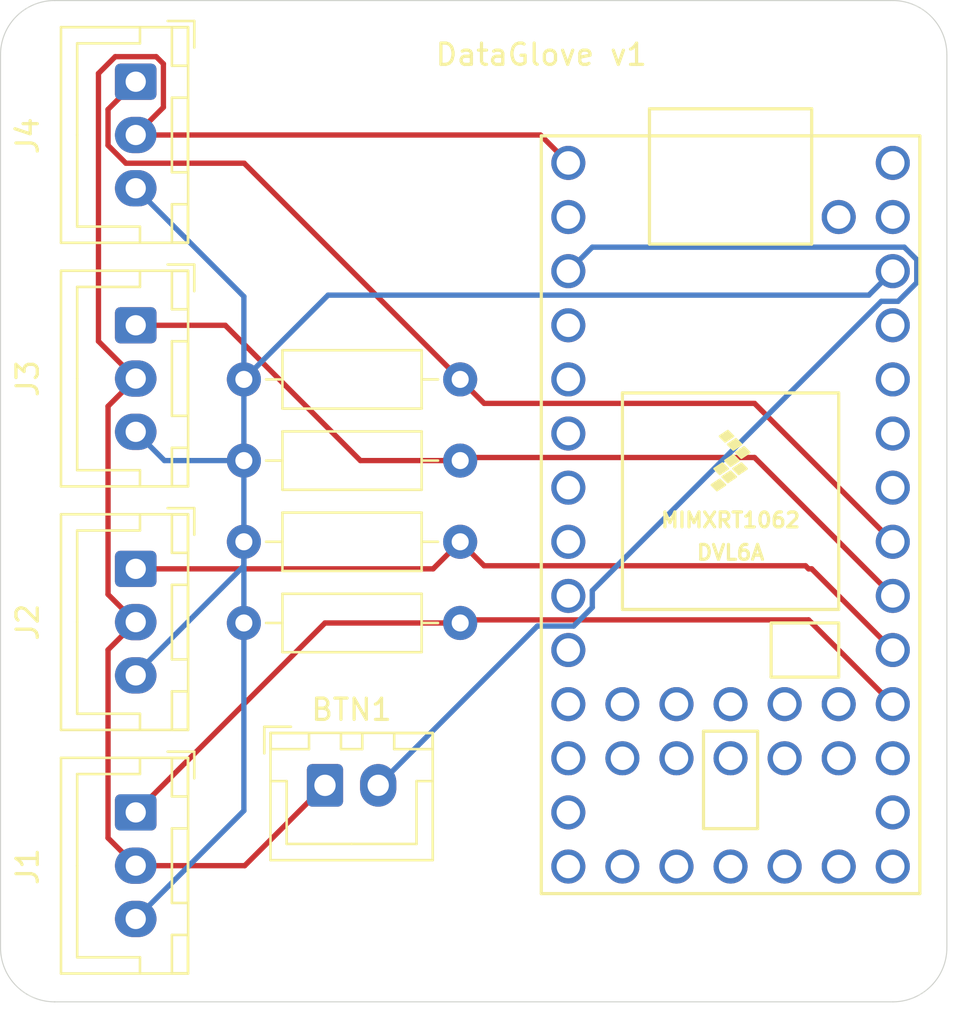
<source format=kicad_pcb>
(kicad_pcb (version 20171130) (host pcbnew "(5.1.10-1-10_14)")

  (general
    (thickness 1.6)
    (drawings 11)
    (tracks 69)
    (zones 0)
    (modules 14)
    (nets 45)
  )

  (page A4)
  (layers
    (0 F.Cu signal)
    (31 B.Cu signal)
    (32 B.Adhes user)
    (33 F.Adhes user)
    (34 B.Paste user)
    (35 F.Paste user)
    (36 B.SilkS user)
    (37 F.SilkS user)
    (38 B.Mask user)
    (39 F.Mask user)
    (40 Dwgs.User user)
    (41 Cmts.User user)
    (42 Eco1.User user)
    (43 Eco2.User user)
    (44 Edge.Cuts user)
    (45 Margin user)
    (46 B.CrtYd user)
    (47 F.CrtYd user)
    (48 B.Fab user)
    (49 F.Fab user)
  )

  (setup
    (last_trace_width 0.25)
    (trace_clearance 0.2)
    (zone_clearance 0.508)
    (zone_45_only no)
    (trace_min 0.2)
    (via_size 0.8)
    (via_drill 0.4)
    (via_min_size 0.4)
    (via_min_drill 0.3)
    (uvia_size 0.3)
    (uvia_drill 0.1)
    (uvias_allowed no)
    (uvia_min_size 0.2)
    (uvia_min_drill 0.1)
    (edge_width 0.05)
    (segment_width 0.2)
    (pcb_text_width 0.3)
    (pcb_text_size 1.5 1.5)
    (mod_edge_width 0.12)
    (mod_text_size 1 1)
    (mod_text_width 0.15)
    (pad_size 1.524 1.524)
    (pad_drill 0.762)
    (pad_to_mask_clearance 0)
    (aux_axis_origin 0 0)
    (visible_elements FFFFFF7F)
    (pcbplotparams
      (layerselection 0x010fc_ffffffff)
      (usegerberextensions true)
      (usegerberattributes true)
      (usegerberadvancedattributes true)
      (creategerberjobfile true)
      (excludeedgelayer true)
      (linewidth 0.100000)
      (plotframeref false)
      (viasonmask false)
      (mode 1)
      (useauxorigin false)
      (hpglpennumber 1)
      (hpglpenspeed 20)
      (hpglpendiameter 15.000000)
      (psnegative false)
      (psa4output false)
      (plotreference true)
      (plotvalue true)
      (plotinvisibletext false)
      (padsonsilk false)
      (subtractmaskfromsilk false)
      (outputformat 1)
      (mirror false)
      (drillshape 0)
      (scaleselection 1)
      (outputdirectory "gerber/"))
  )

  (net 0 "")
  (net 1 "Net-(BTN1-Pad1)")
  (net 2 "Net-(BTN1-Pad2)")
  (net 3 "Net-(J1-Pad1)")
  (net 4 "Net-(J1-Pad3)")
  (net 5 "Net-(U1-Pad17)")
  (net 6 "Net-(U1-Pad18)")
  (net 7 "Net-(U1-Pad19)")
  (net 8 "Net-(U1-Pad20)")
  (net 9 "Net-(U1-Pad15)")
  (net 10 "Net-(U1-Pad14)")
  (net 11 "Net-(U1-Pad21)")
  (net 12 "Net-(U1-Pad22)")
  (net 13 "Net-(U1-Pad27)")
  (net 14 "Net-(U1-Pad28)")
  (net 15 "Net-(U1-Pad29)")
  (net 16 "Net-(U1-Pad30)")
  (net 17 "Net-(U1-Pad32)")
  (net 18 "Net-(U1-Pad33)")
  (net 19 "Net-(U1-Pad34)")
  (net 20 "Net-(U1-Pad13)")
  (net 21 "Net-(U1-Pad12)")
  (net 22 "Net-(U1-Pad11)")
  (net 23 "Net-(U1-Pad10)")
  (net 24 "Net-(U1-Pad9)")
  (net 25 "Net-(U1-Pad8)")
  (net 26 "Net-(U1-Pad7)")
  (net 27 "Net-(U1-Pad6)")
  (net 28 "Net-(U1-Pad5)")
  (net 29 "Net-(U1-Pad4)")
  (net 30 "Net-(U1-Pad2)")
  (net 31 "Net-(U1-Pad35)")
  (net 32 "Net-(U1-Pad36)")
  (net 33 "Net-(U1-Pad37)")
  (net 34 "Net-(U1-Pad38)")
  (net 35 "Net-(U1-Pad39)")
  (net 36 "Net-(U1-Pad40)")
  (net 37 "Net-(U1-Pad41)")
  (net 38 "Net-(U1-Pad42)")
  (net 39 "Net-(U1-Pad43)")
  (net 40 "Net-(U1-Pad44)")
  (net 41 "Net-(J3-Pad1)")
  (net 42 "Net-(J4-Pad1)")
  (net 43 "Net-(U1-Pad16)")
  (net 44 "Net-(J2-Pad1)")

  (net_class Default "This is the default net class."
    (clearance 0.2)
    (trace_width 0.25)
    (via_dia 0.8)
    (via_drill 0.4)
    (uvia_dia 0.3)
    (uvia_drill 0.1)
    (add_net "Net-(BTN1-Pad1)")
    (add_net "Net-(BTN1-Pad2)")
    (add_net "Net-(J1-Pad1)")
    (add_net "Net-(J1-Pad3)")
    (add_net "Net-(J2-Pad1)")
    (add_net "Net-(J3-Pad1)")
    (add_net "Net-(J4-Pad1)")
    (add_net "Net-(U1-Pad10)")
    (add_net "Net-(U1-Pad11)")
    (add_net "Net-(U1-Pad12)")
    (add_net "Net-(U1-Pad13)")
    (add_net "Net-(U1-Pad14)")
    (add_net "Net-(U1-Pad15)")
    (add_net "Net-(U1-Pad16)")
    (add_net "Net-(U1-Pad17)")
    (add_net "Net-(U1-Pad18)")
    (add_net "Net-(U1-Pad19)")
    (add_net "Net-(U1-Pad2)")
    (add_net "Net-(U1-Pad20)")
    (add_net "Net-(U1-Pad21)")
    (add_net "Net-(U1-Pad22)")
    (add_net "Net-(U1-Pad27)")
    (add_net "Net-(U1-Pad28)")
    (add_net "Net-(U1-Pad29)")
    (add_net "Net-(U1-Pad30)")
    (add_net "Net-(U1-Pad32)")
    (add_net "Net-(U1-Pad33)")
    (add_net "Net-(U1-Pad34)")
    (add_net "Net-(U1-Pad35)")
    (add_net "Net-(U1-Pad36)")
    (add_net "Net-(U1-Pad37)")
    (add_net "Net-(U1-Pad38)")
    (add_net "Net-(U1-Pad39)")
    (add_net "Net-(U1-Pad4)")
    (add_net "Net-(U1-Pad40)")
    (add_net "Net-(U1-Pad41)")
    (add_net "Net-(U1-Pad42)")
    (add_net "Net-(U1-Pad43)")
    (add_net "Net-(U1-Pad44)")
    (add_net "Net-(U1-Pad5)")
    (add_net "Net-(U1-Pad6)")
    (add_net "Net-(U1-Pad7)")
    (add_net "Net-(U1-Pad8)")
    (add_net "Net-(U1-Pad9)")
  )

  (module MountingHole:MountingHole_2.2mm_M2_ISO7380 (layer F.Cu) (tedit 56D1B4CB) (tstamp 616BE0A0)
    (at 115.57 1024.89)
    (descr "Mounting Hole 2.2mm, no annular, M2, ISO7380")
    (tags "mounting hole 2.2mm no annular m2 iso7380")
    (path /61745A59)
    (attr virtual)
    (fp_text reference H4 (at 3.81 0) (layer F.SilkS) hide
      (effects (font (size 1 1) (thickness 0.15)))
    )
    (fp_text value MountingHole (at 0 2.75) (layer F.Fab)
      (effects (font (size 1 1) (thickness 0.15)))
    )
    (fp_circle (center 0 0) (end 2 0) (layer F.CrtYd) (width 0.05))
    (fp_circle (center 0 0) (end 1.75 0) (layer Cmts.User) (width 0.15))
    (fp_text user %R (at 0.3 0) (layer F.Fab)
      (effects (font (size 1 1) (thickness 0.15)))
    )
    (pad 1 np_thru_hole circle (at 0 0) (size 2.2 2.2) (drill 2.2) (layers *.Cu *.Mask))
  )

  (module MountingHole:MountingHole_2.2mm_M2_ISO7380 (layer F.Cu) (tedit 56D1B4CB) (tstamp 616BE06B)
    (at 143.51 1024.89)
    (descr "Mounting Hole 2.2mm, no annular, M2, ISO7380")
    (tags "mounting hole 2.2mm no annular m2 iso7380")
    (path /617453A3)
    (attr virtual)
    (fp_text reference H3 (at -3.81 0) (layer F.SilkS) hide
      (effects (font (size 1 1) (thickness 0.15)))
    )
    (fp_text value MountingHole (at 0 2.75) (layer F.Fab)
      (effects (font (size 1 1) (thickness 0.15)))
    )
    (fp_circle (center 0 0) (end 2 0) (layer F.CrtYd) (width 0.05))
    (fp_circle (center 0 0) (end 1.75 0) (layer Cmts.User) (width 0.15))
    (fp_text user %R (at 0.3 0) (layer F.Fab)
      (effects (font (size 1 1) (thickness 0.15)))
    )
    (pad 1 np_thru_hole circle (at 0 0) (size 2.2 2.2) (drill 2.2) (layers *.Cu *.Mask))
  )

  (module MountingHole:MountingHole_2.2mm_M2_ISO7380 (layer F.Cu) (tedit 56D1B4CB) (tstamp 616BE045)
    (at 143.51 982.98)
    (descr "Mounting Hole 2.2mm, no annular, M2, ISO7380")
    (tags "mounting hole 2.2mm no annular m2 iso7380")
    (path /61744B77)
    (attr virtual)
    (fp_text reference H2 (at -3.81 0) (layer F.SilkS) hide
      (effects (font (size 1 1) (thickness 0.15)))
    )
    (fp_text value MountingHole (at 0 2.75) (layer F.Fab)
      (effects (font (size 1 1) (thickness 0.15)))
    )
    (fp_circle (center 0 0) (end 2 0) (layer F.CrtYd) (width 0.05))
    (fp_circle (center 0 0) (end 1.75 0) (layer Cmts.User) (width 0.15))
    (fp_text user %R (at 0.3 0) (layer F.Fab)
      (effects (font (size 1 1) (thickness 0.15)))
    )
    (pad 1 np_thru_hole circle (at 0 0) (size 2.2 2.2) (drill 2.2) (layers *.Cu *.Mask))
  )

  (module MountingHole:MountingHole_2.2mm_M2_ISO7380 (layer F.Cu) (tedit 56D1B4CB) (tstamp 616BDD46)
    (at 115.57 982.98)
    (descr "Mounting Hole 2.2mm, no annular, M2, ISO7380")
    (tags "mounting hole 2.2mm no annular m2 iso7380")
    (path /61744313)
    (attr virtual)
    (fp_text reference H1 (at 3.81 0) (layer F.SilkS) hide
      (effects (font (size 1 1) (thickness 0.15)))
    )
    (fp_text value MountingHole (at 0 2.75) (layer F.Fab)
      (effects (font (size 1 1) (thickness 0.15)))
    )
    (fp_circle (center 0 0) (end 2 0) (layer F.CrtYd) (width 0.05))
    (fp_circle (center 0 0) (end 1.75 0) (layer Cmts.User) (width 0.15))
    (fp_text user %R (at 0.3 0) (layer F.Fab)
      (effects (font (size 1 1) (thickness 0.15)))
    )
    (pad 1 np_thru_hole circle (at 0 0) (size 2.2 2.2) (drill 2.2) (layers *.Cu *.Mask))
  )

  (module Connector_JST:JST_XH_B2B-XH-A_1x02_P2.50mm_Vertical (layer F.Cu) (tedit 5C28146C) (tstamp 616B0D9C)
    (at 118.11 1017.27)
    (descr "JST XH series connector, B2B-XH-A (http://www.jst-mfg.com/product/pdf/eng/eXH.pdf), generated with kicad-footprint-generator")
    (tags "connector JST XH vertical")
    (path /616E5DB3)
    (fp_text reference BTN1 (at 1.25 -3.55) (layer F.SilkS)
      (effects (font (size 1 1) (thickness 0.15)))
    )
    (fp_text value Conn_01x02 (at 1.25 4.6) (layer F.Fab)
      (effects (font (size 1 1) (thickness 0.15)))
    )
    (fp_line (start -2.45 -2.35) (end -2.45 3.4) (layer F.Fab) (width 0.1))
    (fp_line (start -2.45 3.4) (end 4.95 3.4) (layer F.Fab) (width 0.1))
    (fp_line (start 4.95 3.4) (end 4.95 -2.35) (layer F.Fab) (width 0.1))
    (fp_line (start 4.95 -2.35) (end -2.45 -2.35) (layer F.Fab) (width 0.1))
    (fp_line (start -2.56 -2.46) (end -2.56 3.51) (layer F.SilkS) (width 0.12))
    (fp_line (start -2.56 3.51) (end 5.06 3.51) (layer F.SilkS) (width 0.12))
    (fp_line (start 5.06 3.51) (end 5.06 -2.46) (layer F.SilkS) (width 0.12))
    (fp_line (start 5.06 -2.46) (end -2.56 -2.46) (layer F.SilkS) (width 0.12))
    (fp_line (start -2.95 -2.85) (end -2.95 3.9) (layer F.CrtYd) (width 0.05))
    (fp_line (start -2.95 3.9) (end 5.45 3.9) (layer F.CrtYd) (width 0.05))
    (fp_line (start 5.45 3.9) (end 5.45 -2.85) (layer F.CrtYd) (width 0.05))
    (fp_line (start 5.45 -2.85) (end -2.95 -2.85) (layer F.CrtYd) (width 0.05))
    (fp_line (start -0.625 -2.35) (end 0 -1.35) (layer F.Fab) (width 0.1))
    (fp_line (start 0 -1.35) (end 0.625 -2.35) (layer F.Fab) (width 0.1))
    (fp_line (start 0.75 -2.45) (end 0.75 -1.7) (layer F.SilkS) (width 0.12))
    (fp_line (start 0.75 -1.7) (end 1.75 -1.7) (layer F.SilkS) (width 0.12))
    (fp_line (start 1.75 -1.7) (end 1.75 -2.45) (layer F.SilkS) (width 0.12))
    (fp_line (start 1.75 -2.45) (end 0.75 -2.45) (layer F.SilkS) (width 0.12))
    (fp_line (start -2.55 -2.45) (end -2.55 -1.7) (layer F.SilkS) (width 0.12))
    (fp_line (start -2.55 -1.7) (end -0.75 -1.7) (layer F.SilkS) (width 0.12))
    (fp_line (start -0.75 -1.7) (end -0.75 -2.45) (layer F.SilkS) (width 0.12))
    (fp_line (start -0.75 -2.45) (end -2.55 -2.45) (layer F.SilkS) (width 0.12))
    (fp_line (start 3.25 -2.45) (end 3.25 -1.7) (layer F.SilkS) (width 0.12))
    (fp_line (start 3.25 -1.7) (end 5.05 -1.7) (layer F.SilkS) (width 0.12))
    (fp_line (start 5.05 -1.7) (end 5.05 -2.45) (layer F.SilkS) (width 0.12))
    (fp_line (start 5.05 -2.45) (end 3.25 -2.45) (layer F.SilkS) (width 0.12))
    (fp_line (start -2.55 -0.2) (end -1.8 -0.2) (layer F.SilkS) (width 0.12))
    (fp_line (start -1.8 -0.2) (end -1.8 2.75) (layer F.SilkS) (width 0.12))
    (fp_line (start -1.8 2.75) (end 1.25 2.75) (layer F.SilkS) (width 0.12))
    (fp_line (start 5.05 -0.2) (end 4.3 -0.2) (layer F.SilkS) (width 0.12))
    (fp_line (start 4.3 -0.2) (end 4.3 2.75) (layer F.SilkS) (width 0.12))
    (fp_line (start 4.3 2.75) (end 1.25 2.75) (layer F.SilkS) (width 0.12))
    (fp_line (start -1.6 -2.75) (end -2.85 -2.75) (layer F.SilkS) (width 0.12))
    (fp_line (start -2.85 -2.75) (end -2.85 -1.5) (layer F.SilkS) (width 0.12))
    (fp_text user %R (at 1.25 2.7) (layer F.Fab)
      (effects (font (size 1 1) (thickness 0.15)))
    )
    (pad 1 thru_hole roundrect (at 0 0) (size 1.7 2) (drill 1) (layers *.Cu *.Mask) (roundrect_rratio 0.1470588235294118)
      (net 1 "Net-(BTN1-Pad1)"))
    (pad 2 thru_hole oval (at 2.5 0) (size 1.7 2) (drill 1) (layers *.Cu *.Mask)
      (net 2 "Net-(BTN1-Pad2)"))
    (model ${KISYS3DMOD}/Connector_JST.3dshapes/JST_XH_B2B-XH-A_1x02_P2.50mm_Vertical.wrl
      (at (xyz 0 0 0))
      (scale (xyz 1 1 1))
      (rotate (xyz 0 0 0))
    )
  )

  (module Connector_JST:JST_XH_B3B-XH-A_1x03_P2.50mm_Vertical (layer F.Cu) (tedit 5C28146C) (tstamp 616B04DA)
    (at 109.22 1018.54 270)
    (descr "JST XH series connector, B3B-XH-A (http://www.jst-mfg.com/product/pdf/eng/eXH.pdf), generated with kicad-footprint-generator")
    (tags "connector JST XH vertical")
    (path /616A9FAC)
    (fp_text reference J1 (at 2.54 5.08 90) (layer F.SilkS)
      (effects (font (size 1 1) (thickness 0.15)))
    )
    (fp_text value Conn_01x03 (at 2.5 4.6 90) (layer F.Fab) hide
      (effects (font (size 1 1) (thickness 0.15)))
    )
    (fp_line (start -2.45 -2.35) (end -2.45 3.4) (layer F.Fab) (width 0.1))
    (fp_line (start -2.45 3.4) (end 7.45 3.4) (layer F.Fab) (width 0.1))
    (fp_line (start 7.45 3.4) (end 7.45 -2.35) (layer F.Fab) (width 0.1))
    (fp_line (start 7.45 -2.35) (end -2.45 -2.35) (layer F.Fab) (width 0.1))
    (fp_line (start -2.56 -2.46) (end -2.56 3.51) (layer F.SilkS) (width 0.12))
    (fp_line (start -2.56 3.51) (end 7.56 3.51) (layer F.SilkS) (width 0.12))
    (fp_line (start 7.56 3.51) (end 7.56 -2.46) (layer F.SilkS) (width 0.12))
    (fp_line (start 7.56 -2.46) (end -2.56 -2.46) (layer F.SilkS) (width 0.12))
    (fp_line (start -2.95 -2.85) (end -2.95 3.9) (layer F.CrtYd) (width 0.05))
    (fp_line (start -2.95 3.9) (end 7.95 3.9) (layer F.CrtYd) (width 0.05))
    (fp_line (start 7.95 3.9) (end 7.95 -2.85) (layer F.CrtYd) (width 0.05))
    (fp_line (start 7.95 -2.85) (end -2.95 -2.85) (layer F.CrtYd) (width 0.05))
    (fp_line (start -0.625 -2.35) (end 0 -1.35) (layer F.Fab) (width 0.1))
    (fp_line (start 0 -1.35) (end 0.625 -2.35) (layer F.Fab) (width 0.1))
    (fp_line (start 0.75 -2.45) (end 0.75 -1.7) (layer F.SilkS) (width 0.12))
    (fp_line (start 0.75 -1.7) (end 4.25 -1.7) (layer F.SilkS) (width 0.12))
    (fp_line (start 4.25 -1.7) (end 4.25 -2.45) (layer F.SilkS) (width 0.12))
    (fp_line (start 4.25 -2.45) (end 0.75 -2.45) (layer F.SilkS) (width 0.12))
    (fp_line (start -2.55 -2.45) (end -2.55 -1.7) (layer F.SilkS) (width 0.12))
    (fp_line (start -2.55 -1.7) (end -0.75 -1.7) (layer F.SilkS) (width 0.12))
    (fp_line (start -0.75 -1.7) (end -0.75 -2.45) (layer F.SilkS) (width 0.12))
    (fp_line (start -0.75 -2.45) (end -2.55 -2.45) (layer F.SilkS) (width 0.12))
    (fp_line (start 5.75 -2.45) (end 5.75 -1.7) (layer F.SilkS) (width 0.12))
    (fp_line (start 5.75 -1.7) (end 7.55 -1.7) (layer F.SilkS) (width 0.12))
    (fp_line (start 7.55 -1.7) (end 7.55 -2.45) (layer F.SilkS) (width 0.12))
    (fp_line (start 7.55 -2.45) (end 5.75 -2.45) (layer F.SilkS) (width 0.12))
    (fp_line (start -2.55 -0.2) (end -1.8 -0.2) (layer F.SilkS) (width 0.12))
    (fp_line (start -1.8 -0.2) (end -1.8 2.75) (layer F.SilkS) (width 0.12))
    (fp_line (start -1.8 2.75) (end 2.5 2.75) (layer F.SilkS) (width 0.12))
    (fp_line (start 7.55 -0.2) (end 6.8 -0.2) (layer F.SilkS) (width 0.12))
    (fp_line (start 6.8 -0.2) (end 6.8 2.75) (layer F.SilkS) (width 0.12))
    (fp_line (start 6.8 2.75) (end 2.5 2.75) (layer F.SilkS) (width 0.12))
    (fp_line (start -1.6 -2.75) (end -2.85 -2.75) (layer F.SilkS) (width 0.12))
    (fp_line (start -2.85 -2.75) (end -2.85 -1.5) (layer F.SilkS) (width 0.12))
    (fp_text user %R (at 2.5 2.7 90) (layer F.Fab)
      (effects (font (size 1 1) (thickness 0.15)))
    )
    (pad 1 thru_hole roundrect (at 0 0 270) (size 1.7 1.95) (drill 0.95) (layers *.Cu *.Mask) (roundrect_rratio 0.1470588235294118)
      (net 3 "Net-(J1-Pad1)"))
    (pad 2 thru_hole oval (at 2.5 0 270) (size 1.7 1.95) (drill 0.95) (layers *.Cu *.Mask)
      (net 1 "Net-(BTN1-Pad1)"))
    (pad 3 thru_hole oval (at 5 0 270) (size 1.7 1.95) (drill 0.95) (layers *.Cu *.Mask)
      (net 4 "Net-(J1-Pad3)"))
    (model ${KISYS3DMOD}/Connector_JST.3dshapes/JST_XH_B3B-XH-A_1x03_P2.50mm_Vertical.wrl
      (at (xyz 0 0 0))
      (scale (xyz 1 1 1))
      (rotate (xyz 0 0 0))
    )
  )

  (module Connector_JST:JST_XH_B3B-XH-A_1x03_P2.50mm_Vertical (layer F.Cu) (tedit 5C28146C) (tstamp 616B0504)
    (at 109.22 1007.11 270)
    (descr "JST XH series connector, B3B-XH-A (http://www.jst-mfg.com/product/pdf/eng/eXH.pdf), generated with kicad-footprint-generator")
    (tags "connector JST XH vertical")
    (path /616AAF9E)
    (fp_text reference J2 (at 2.5 5.08 90) (layer F.SilkS)
      (effects (font (size 1 1) (thickness 0.15)))
    )
    (fp_text value Conn_01x03 (at 2.5 4.6 90) (layer F.Fab) hide
      (effects (font (size 1 1) (thickness 0.15)))
    )
    (fp_line (start -2.85 -2.75) (end -2.85 -1.5) (layer F.SilkS) (width 0.12))
    (fp_line (start -1.6 -2.75) (end -2.85 -2.75) (layer F.SilkS) (width 0.12))
    (fp_line (start 6.8 2.75) (end 2.5 2.75) (layer F.SilkS) (width 0.12))
    (fp_line (start 6.8 -0.2) (end 6.8 2.75) (layer F.SilkS) (width 0.12))
    (fp_line (start 7.55 -0.2) (end 6.8 -0.2) (layer F.SilkS) (width 0.12))
    (fp_line (start -1.8 2.75) (end 2.5 2.75) (layer F.SilkS) (width 0.12))
    (fp_line (start -1.8 -0.2) (end -1.8 2.75) (layer F.SilkS) (width 0.12))
    (fp_line (start -2.55 -0.2) (end -1.8 -0.2) (layer F.SilkS) (width 0.12))
    (fp_line (start 7.55 -2.45) (end 5.75 -2.45) (layer F.SilkS) (width 0.12))
    (fp_line (start 7.55 -1.7) (end 7.55 -2.45) (layer F.SilkS) (width 0.12))
    (fp_line (start 5.75 -1.7) (end 7.55 -1.7) (layer F.SilkS) (width 0.12))
    (fp_line (start 5.75 -2.45) (end 5.75 -1.7) (layer F.SilkS) (width 0.12))
    (fp_line (start -0.75 -2.45) (end -2.55 -2.45) (layer F.SilkS) (width 0.12))
    (fp_line (start -0.75 -1.7) (end -0.75 -2.45) (layer F.SilkS) (width 0.12))
    (fp_line (start -2.55 -1.7) (end -0.75 -1.7) (layer F.SilkS) (width 0.12))
    (fp_line (start -2.55 -2.45) (end -2.55 -1.7) (layer F.SilkS) (width 0.12))
    (fp_line (start 4.25 -2.45) (end 0.75 -2.45) (layer F.SilkS) (width 0.12))
    (fp_line (start 4.25 -1.7) (end 4.25 -2.45) (layer F.SilkS) (width 0.12))
    (fp_line (start 0.75 -1.7) (end 4.25 -1.7) (layer F.SilkS) (width 0.12))
    (fp_line (start 0.75 -2.45) (end 0.75 -1.7) (layer F.SilkS) (width 0.12))
    (fp_line (start 0 -1.35) (end 0.625 -2.35) (layer F.Fab) (width 0.1))
    (fp_line (start -0.625 -2.35) (end 0 -1.35) (layer F.Fab) (width 0.1))
    (fp_line (start 7.95 -2.85) (end -2.95 -2.85) (layer F.CrtYd) (width 0.05))
    (fp_line (start 7.95 3.9) (end 7.95 -2.85) (layer F.CrtYd) (width 0.05))
    (fp_line (start -2.95 3.9) (end 7.95 3.9) (layer F.CrtYd) (width 0.05))
    (fp_line (start -2.95 -2.85) (end -2.95 3.9) (layer F.CrtYd) (width 0.05))
    (fp_line (start 7.56 -2.46) (end -2.56 -2.46) (layer F.SilkS) (width 0.12))
    (fp_line (start 7.56 3.51) (end 7.56 -2.46) (layer F.SilkS) (width 0.12))
    (fp_line (start -2.56 3.51) (end 7.56 3.51) (layer F.SilkS) (width 0.12))
    (fp_line (start -2.56 -2.46) (end -2.56 3.51) (layer F.SilkS) (width 0.12))
    (fp_line (start 7.45 -2.35) (end -2.45 -2.35) (layer F.Fab) (width 0.1))
    (fp_line (start 7.45 3.4) (end 7.45 -2.35) (layer F.Fab) (width 0.1))
    (fp_line (start -2.45 3.4) (end 7.45 3.4) (layer F.Fab) (width 0.1))
    (fp_line (start -2.45 -2.35) (end -2.45 3.4) (layer F.Fab) (width 0.1))
    (fp_text user %R (at 2.5 2.7 90) (layer F.Fab)
      (effects (font (size 1 1) (thickness 0.15)))
    )
    (pad 3 thru_hole oval (at 5 0 270) (size 1.7 1.95) (drill 0.95) (layers *.Cu *.Mask)
      (net 4 "Net-(J1-Pad3)"))
    (pad 2 thru_hole oval (at 2.5 0 270) (size 1.7 1.95) (drill 0.95) (layers *.Cu *.Mask)
      (net 1 "Net-(BTN1-Pad1)"))
    (pad 1 thru_hole roundrect (at 0 0 270) (size 1.7 1.95) (drill 0.95) (layers *.Cu *.Mask) (roundrect_rratio 0.1470588235294118)
      (net 44 "Net-(J2-Pad1)"))
    (model ${KISYS3DMOD}/Connector_JST.3dshapes/JST_XH_B3B-XH-A_1x03_P2.50mm_Vertical.wrl
      (at (xyz 0 0 0))
      (scale (xyz 1 1 1))
      (rotate (xyz 0 0 0))
    )
  )

  (module Connector_JST:JST_XH_B3B-XH-A_1x03_P2.50mm_Vertical (layer F.Cu) (tedit 5C28146C) (tstamp 616B052E)
    (at 109.22 995.68 270)
    (descr "JST XH series connector, B3B-XH-A (http://www.jst-mfg.com/product/pdf/eng/eXH.pdf), generated with kicad-footprint-generator")
    (tags "connector JST XH vertical")
    (path /616AB520)
    (fp_text reference J3 (at 2.5 5.08 90) (layer F.SilkS)
      (effects (font (size 1 1) (thickness 0.15)))
    )
    (fp_text value Conn_01x03 (at 2.5 4.6 90) (layer F.Fab) hide
      (effects (font (size 1 1) (thickness 0.15)))
    )
    (fp_line (start -2.45 -2.35) (end -2.45 3.4) (layer F.Fab) (width 0.1))
    (fp_line (start -2.45 3.4) (end 7.45 3.4) (layer F.Fab) (width 0.1))
    (fp_line (start 7.45 3.4) (end 7.45 -2.35) (layer F.Fab) (width 0.1))
    (fp_line (start 7.45 -2.35) (end -2.45 -2.35) (layer F.Fab) (width 0.1))
    (fp_line (start -2.56 -2.46) (end -2.56 3.51) (layer F.SilkS) (width 0.12))
    (fp_line (start -2.56 3.51) (end 7.56 3.51) (layer F.SilkS) (width 0.12))
    (fp_line (start 7.56 3.51) (end 7.56 -2.46) (layer F.SilkS) (width 0.12))
    (fp_line (start 7.56 -2.46) (end -2.56 -2.46) (layer F.SilkS) (width 0.12))
    (fp_line (start -2.95 -2.85) (end -2.95 3.9) (layer F.CrtYd) (width 0.05))
    (fp_line (start -2.95 3.9) (end 7.95 3.9) (layer F.CrtYd) (width 0.05))
    (fp_line (start 7.95 3.9) (end 7.95 -2.85) (layer F.CrtYd) (width 0.05))
    (fp_line (start 7.95 -2.85) (end -2.95 -2.85) (layer F.CrtYd) (width 0.05))
    (fp_line (start -0.625 -2.35) (end 0 -1.35) (layer F.Fab) (width 0.1))
    (fp_line (start 0 -1.35) (end 0.625 -2.35) (layer F.Fab) (width 0.1))
    (fp_line (start 0.75 -2.45) (end 0.75 -1.7) (layer F.SilkS) (width 0.12))
    (fp_line (start 0.75 -1.7) (end 4.25 -1.7) (layer F.SilkS) (width 0.12))
    (fp_line (start 4.25 -1.7) (end 4.25 -2.45) (layer F.SilkS) (width 0.12))
    (fp_line (start 4.25 -2.45) (end 0.75 -2.45) (layer F.SilkS) (width 0.12))
    (fp_line (start -2.55 -2.45) (end -2.55 -1.7) (layer F.SilkS) (width 0.12))
    (fp_line (start -2.55 -1.7) (end -0.75 -1.7) (layer F.SilkS) (width 0.12))
    (fp_line (start -0.75 -1.7) (end -0.75 -2.45) (layer F.SilkS) (width 0.12))
    (fp_line (start -0.75 -2.45) (end -2.55 -2.45) (layer F.SilkS) (width 0.12))
    (fp_line (start 5.75 -2.45) (end 5.75 -1.7) (layer F.SilkS) (width 0.12))
    (fp_line (start 5.75 -1.7) (end 7.55 -1.7) (layer F.SilkS) (width 0.12))
    (fp_line (start 7.55 -1.7) (end 7.55 -2.45) (layer F.SilkS) (width 0.12))
    (fp_line (start 7.55 -2.45) (end 5.75 -2.45) (layer F.SilkS) (width 0.12))
    (fp_line (start -2.55 -0.2) (end -1.8 -0.2) (layer F.SilkS) (width 0.12))
    (fp_line (start -1.8 -0.2) (end -1.8 2.75) (layer F.SilkS) (width 0.12))
    (fp_line (start -1.8 2.75) (end 2.5 2.75) (layer F.SilkS) (width 0.12))
    (fp_line (start 7.55 -0.2) (end 6.8 -0.2) (layer F.SilkS) (width 0.12))
    (fp_line (start 6.8 -0.2) (end 6.8 2.75) (layer F.SilkS) (width 0.12))
    (fp_line (start 6.8 2.75) (end 2.5 2.75) (layer F.SilkS) (width 0.12))
    (fp_line (start -1.6 -2.75) (end -2.85 -2.75) (layer F.SilkS) (width 0.12))
    (fp_line (start -2.85 -2.75) (end -2.85 -1.5) (layer F.SilkS) (width 0.12))
    (fp_text user %R (at 2.54 2.54 90) (layer F.Fab)
      (effects (font (size 1 1) (thickness 0.15)))
    )
    (pad 1 thru_hole roundrect (at 0 0 270) (size 1.7 1.95) (drill 0.95) (layers *.Cu *.Mask) (roundrect_rratio 0.1470588235294118)
      (net 41 "Net-(J3-Pad1)"))
    (pad 2 thru_hole oval (at 2.5 0 270) (size 1.7 1.95) (drill 0.95) (layers *.Cu *.Mask)
      (net 1 "Net-(BTN1-Pad1)"))
    (pad 3 thru_hole oval (at 5 0 270) (size 1.7 1.95) (drill 0.95) (layers *.Cu *.Mask)
      (net 4 "Net-(J1-Pad3)"))
    (model ${KISYS3DMOD}/Connector_JST.3dshapes/JST_XH_B3B-XH-A_1x03_P2.50mm_Vertical.wrl
      (at (xyz 0 0 0))
      (scale (xyz 1 1 1))
      (rotate (xyz 0 0 0))
    )
  )

  (module Connector_JST:JST_XH_B3B-XH-A_1x03_P2.50mm_Vertical (layer F.Cu) (tedit 5C28146C) (tstamp 616B0558)
    (at 109.22 984.25 270)
    (descr "JST XH series connector, B3B-XH-A (http://www.jst-mfg.com/product/pdf/eng/eXH.pdf), generated with kicad-footprint-generator")
    (tags "connector JST XH vertical")
    (path /616AB706)
    (fp_text reference J4 (at 2.54 5.08 90) (layer F.SilkS)
      (effects (font (size 1 1) (thickness 0.15)))
    )
    (fp_text value Conn_01x03 (at 2.5 4.6 90) (layer F.Fab) hide
      (effects (font (size 1 1) (thickness 0.15)))
    )
    (fp_line (start -2.85 -2.75) (end -2.85 -1.5) (layer F.SilkS) (width 0.12))
    (fp_line (start -1.6 -2.75) (end -2.85 -2.75) (layer F.SilkS) (width 0.12))
    (fp_line (start 6.8 2.75) (end 2.5 2.75) (layer F.SilkS) (width 0.12))
    (fp_line (start 6.8 -0.2) (end 6.8 2.75) (layer F.SilkS) (width 0.12))
    (fp_line (start 7.55 -0.2) (end 6.8 -0.2) (layer F.SilkS) (width 0.12))
    (fp_line (start -1.8 2.75) (end 2.5 2.75) (layer F.SilkS) (width 0.12))
    (fp_line (start -1.8 -0.2) (end -1.8 2.75) (layer F.SilkS) (width 0.12))
    (fp_line (start -2.55 -0.2) (end -1.8 -0.2) (layer F.SilkS) (width 0.12))
    (fp_line (start 7.55 -2.45) (end 5.75 -2.45) (layer F.SilkS) (width 0.12))
    (fp_line (start 7.55 -1.7) (end 7.55 -2.45) (layer F.SilkS) (width 0.12))
    (fp_line (start 5.75 -1.7) (end 7.55 -1.7) (layer F.SilkS) (width 0.12))
    (fp_line (start 5.75 -2.45) (end 5.75 -1.7) (layer F.SilkS) (width 0.12))
    (fp_line (start -0.75 -2.45) (end -2.55 -2.45) (layer F.SilkS) (width 0.12))
    (fp_line (start -0.75 -1.7) (end -0.75 -2.45) (layer F.SilkS) (width 0.12))
    (fp_line (start -2.55 -1.7) (end -0.75 -1.7) (layer F.SilkS) (width 0.12))
    (fp_line (start -2.55 -2.45) (end -2.55 -1.7) (layer F.SilkS) (width 0.12))
    (fp_line (start 4.25 -2.45) (end 0.75 -2.45) (layer F.SilkS) (width 0.12))
    (fp_line (start 4.25 -1.7) (end 4.25 -2.45) (layer F.SilkS) (width 0.12))
    (fp_line (start 0.75 -1.7) (end 4.25 -1.7) (layer F.SilkS) (width 0.12))
    (fp_line (start 0.75 -2.45) (end 0.75 -1.7) (layer F.SilkS) (width 0.12))
    (fp_line (start 0 -1.35) (end 0.625 -2.35) (layer F.Fab) (width 0.1))
    (fp_line (start -0.625 -2.35) (end 0 -1.35) (layer F.Fab) (width 0.1))
    (fp_line (start 7.95 -2.85) (end -2.95 -2.85) (layer F.CrtYd) (width 0.05))
    (fp_line (start 7.95 3.9) (end 7.95 -2.85) (layer F.CrtYd) (width 0.05))
    (fp_line (start -2.95 3.9) (end 7.95 3.9) (layer F.CrtYd) (width 0.05))
    (fp_line (start -2.95 -2.85) (end -2.95 3.9) (layer F.CrtYd) (width 0.05))
    (fp_line (start 7.56 -2.46) (end -2.56 -2.46) (layer F.SilkS) (width 0.12))
    (fp_line (start 7.56 3.51) (end 7.56 -2.46) (layer F.SilkS) (width 0.12))
    (fp_line (start -2.56 3.51) (end 7.56 3.51) (layer F.SilkS) (width 0.12))
    (fp_line (start -2.56 -2.46) (end -2.56 3.51) (layer F.SilkS) (width 0.12))
    (fp_line (start 7.45 -2.35) (end -2.45 -2.35) (layer F.Fab) (width 0.1))
    (fp_line (start 7.45 3.4) (end 7.45 -2.35) (layer F.Fab) (width 0.1))
    (fp_line (start -2.45 3.4) (end 7.45 3.4) (layer F.Fab) (width 0.1))
    (fp_line (start -2.45 -2.35) (end -2.45 3.4) (layer F.Fab) (width 0.1))
    (fp_text user %R (at 2.5 2.7 90) (layer F.Fab)
      (effects (font (size 1 1) (thickness 0.15)))
    )
    (pad 3 thru_hole oval (at 5 0 270) (size 1.7 1.95) (drill 0.95) (layers *.Cu *.Mask)
      (net 4 "Net-(J1-Pad3)"))
    (pad 2 thru_hole oval (at 2.5 0 270) (size 1.7 1.95) (drill 0.95) (layers *.Cu *.Mask)
      (net 1 "Net-(BTN1-Pad1)"))
    (pad 1 thru_hole roundrect (at 0 0 270) (size 1.7 1.95) (drill 0.95) (layers *.Cu *.Mask) (roundrect_rratio 0.1470588235294118)
      (net 42 "Net-(J4-Pad1)"))
    (model ${KISYS3DMOD}/Connector_JST.3dshapes/JST_XH_B3B-XH-A_1x03_P2.50mm_Vertical.wrl
      (at (xyz 0 0 0))
      (scale (xyz 1 1 1))
      (rotate (xyz 0 0 0))
    )
  )

  (module Resistor_THT:R_Axial_DIN0207_L6.3mm_D2.5mm_P10.16mm_Horizontal (layer F.Cu) (tedit 5AE5139B) (tstamp 616B056F)
    (at 114.3 1009.65)
    (descr "Resistor, Axial_DIN0207 series, Axial, Horizontal, pin pitch=10.16mm, 0.25W = 1/4W, length*diameter=6.3*2.5mm^2, http://cdn-reichelt.de/documents/datenblatt/B400/1_4W%23YAG.pdf")
    (tags "Resistor Axial_DIN0207 series Axial Horizontal pin pitch 10.16mm 0.25W = 1/4W length 6.3mm diameter 2.5mm")
    (path /616CC5C9)
    (fp_text reference R1 (at 5.08 -2.37) (layer F.SilkS) hide
      (effects (font (size 1 1) (thickness 0.15)))
    )
    (fp_text value R (at 5.08 2.37) (layer F.Fab)
      (effects (font (size 1 1) (thickness 0.15)))
    )
    (fp_line (start 1.93 -1.25) (end 1.93 1.25) (layer F.Fab) (width 0.1))
    (fp_line (start 1.93 1.25) (end 8.23 1.25) (layer F.Fab) (width 0.1))
    (fp_line (start 8.23 1.25) (end 8.23 -1.25) (layer F.Fab) (width 0.1))
    (fp_line (start 8.23 -1.25) (end 1.93 -1.25) (layer F.Fab) (width 0.1))
    (fp_line (start 0 0) (end 1.93 0) (layer F.Fab) (width 0.1))
    (fp_line (start 10.16 0) (end 8.23 0) (layer F.Fab) (width 0.1))
    (fp_line (start 1.81 -1.37) (end 1.81 1.37) (layer F.SilkS) (width 0.12))
    (fp_line (start 1.81 1.37) (end 8.35 1.37) (layer F.SilkS) (width 0.12))
    (fp_line (start 8.35 1.37) (end 8.35 -1.37) (layer F.SilkS) (width 0.12))
    (fp_line (start 8.35 -1.37) (end 1.81 -1.37) (layer F.SilkS) (width 0.12))
    (fp_line (start 1.04 0) (end 1.81 0) (layer F.SilkS) (width 0.12))
    (fp_line (start 9.12 0) (end 8.35 0) (layer F.SilkS) (width 0.12))
    (fp_line (start -1.05 -1.5) (end -1.05 1.5) (layer F.CrtYd) (width 0.05))
    (fp_line (start -1.05 1.5) (end 11.21 1.5) (layer F.CrtYd) (width 0.05))
    (fp_line (start 11.21 1.5) (end 11.21 -1.5) (layer F.CrtYd) (width 0.05))
    (fp_line (start 11.21 -1.5) (end -1.05 -1.5) (layer F.CrtYd) (width 0.05))
    (fp_text user %R (at 5.08 0) (layer F.Fab)
      (effects (font (size 1 1) (thickness 0.15)))
    )
    (pad 1 thru_hole circle (at 0 0) (size 1.6 1.6) (drill 0.8) (layers *.Cu *.Mask)
      (net 4 "Net-(J1-Pad3)"))
    (pad 2 thru_hole oval (at 10.16 0) (size 1.6 1.6) (drill 0.8) (layers *.Cu *.Mask)
      (net 3 "Net-(J1-Pad1)"))
    (model ${KISYS3DMOD}/Resistor_THT.3dshapes/R_Axial_DIN0207_L6.3mm_D2.5mm_P10.16mm_Horizontal.wrl
      (at (xyz 0 0 0))
      (scale (xyz 1 1 1))
      (rotate (xyz 0 0 0))
    )
  )

  (module Resistor_THT:R_Axial_DIN0207_L6.3mm_D2.5mm_P10.16mm_Horizontal (layer F.Cu) (tedit 5AE5139B) (tstamp 616B0586)
    (at 114.3 1005.84)
    (descr "Resistor, Axial_DIN0207 series, Axial, Horizontal, pin pitch=10.16mm, 0.25W = 1/4W, length*diameter=6.3*2.5mm^2, http://cdn-reichelt.de/documents/datenblatt/B400/1_4W%23YAG.pdf")
    (tags "Resistor Axial_DIN0207 series Axial Horizontal pin pitch 10.16mm 0.25W = 1/4W length 6.3mm diameter 2.5mm")
    (path /616CD115)
    (fp_text reference R2 (at 5.08 -2.37) (layer F.SilkS) hide
      (effects (font (size 1 1) (thickness 0.15)))
    )
    (fp_text value R (at 5.08 2.37) (layer F.Fab)
      (effects (font (size 1 1) (thickness 0.15)))
    )
    (fp_line (start 11.21 -1.5) (end -1.05 -1.5) (layer F.CrtYd) (width 0.05))
    (fp_line (start 11.21 1.5) (end 11.21 -1.5) (layer F.CrtYd) (width 0.05))
    (fp_line (start -1.05 1.5) (end 11.21 1.5) (layer F.CrtYd) (width 0.05))
    (fp_line (start -1.05 -1.5) (end -1.05 1.5) (layer F.CrtYd) (width 0.05))
    (fp_line (start 9.12 0) (end 8.35 0) (layer F.SilkS) (width 0.12))
    (fp_line (start 1.04 0) (end 1.81 0) (layer F.SilkS) (width 0.12))
    (fp_line (start 8.35 -1.37) (end 1.81 -1.37) (layer F.SilkS) (width 0.12))
    (fp_line (start 8.35 1.37) (end 8.35 -1.37) (layer F.SilkS) (width 0.12))
    (fp_line (start 1.81 1.37) (end 8.35 1.37) (layer F.SilkS) (width 0.12))
    (fp_line (start 1.81 -1.37) (end 1.81 1.37) (layer F.SilkS) (width 0.12))
    (fp_line (start 10.16 0) (end 8.23 0) (layer F.Fab) (width 0.1))
    (fp_line (start 0 0) (end 1.93 0) (layer F.Fab) (width 0.1))
    (fp_line (start 8.23 -1.25) (end 1.93 -1.25) (layer F.Fab) (width 0.1))
    (fp_line (start 8.23 1.25) (end 8.23 -1.25) (layer F.Fab) (width 0.1))
    (fp_line (start 1.93 1.25) (end 8.23 1.25) (layer F.Fab) (width 0.1))
    (fp_line (start 1.93 -1.25) (end 1.93 1.25) (layer F.Fab) (width 0.1))
    (fp_text user %R (at 5.08 0) (layer F.Fab)
      (effects (font (size 1 1) (thickness 0.15)))
    )
    (pad 2 thru_hole oval (at 10.16 0) (size 1.6 1.6) (drill 0.8) (layers *.Cu *.Mask)
      (net 44 "Net-(J2-Pad1)"))
    (pad 1 thru_hole circle (at 0 0) (size 1.6 1.6) (drill 0.8) (layers *.Cu *.Mask)
      (net 4 "Net-(J1-Pad3)"))
    (model ${KISYS3DMOD}/Resistor_THT.3dshapes/R_Axial_DIN0207_L6.3mm_D2.5mm_P10.16mm_Horizontal.wrl
      (at (xyz 0 0 0))
      (scale (xyz 1 1 1))
      (rotate (xyz 0 0 0))
    )
  )

  (module Resistor_THT:R_Axial_DIN0207_L6.3mm_D2.5mm_P10.16mm_Horizontal (layer F.Cu) (tedit 5AE5139B) (tstamp 616B059D)
    (at 114.3 1002.03)
    (descr "Resistor, Axial_DIN0207 series, Axial, Horizontal, pin pitch=10.16mm, 0.25W = 1/4W, length*diameter=6.3*2.5mm^2, http://cdn-reichelt.de/documents/datenblatt/B400/1_4W%23YAG.pdf")
    (tags "Resistor Axial_DIN0207 series Axial Horizontal pin pitch 10.16mm 0.25W = 1/4W length 6.3mm diameter 2.5mm")
    (path /616CDA71)
    (fp_text reference R3 (at 5.08 -2.37) (layer F.SilkS) hide
      (effects (font (size 1 1) (thickness 0.15)))
    )
    (fp_text value R (at 5.08 2.37) (layer F.Fab)
      (effects (font (size 1 1) (thickness 0.15)))
    )
    (fp_line (start 1.93 -1.25) (end 1.93 1.25) (layer F.Fab) (width 0.1))
    (fp_line (start 1.93 1.25) (end 8.23 1.25) (layer F.Fab) (width 0.1))
    (fp_line (start 8.23 1.25) (end 8.23 -1.25) (layer F.Fab) (width 0.1))
    (fp_line (start 8.23 -1.25) (end 1.93 -1.25) (layer F.Fab) (width 0.1))
    (fp_line (start 0 0) (end 1.93 0) (layer F.Fab) (width 0.1))
    (fp_line (start 10.16 0) (end 8.23 0) (layer F.Fab) (width 0.1))
    (fp_line (start 1.81 -1.37) (end 1.81 1.37) (layer F.SilkS) (width 0.12))
    (fp_line (start 1.81 1.37) (end 8.35 1.37) (layer F.SilkS) (width 0.12))
    (fp_line (start 8.35 1.37) (end 8.35 -1.37) (layer F.SilkS) (width 0.12))
    (fp_line (start 8.35 -1.37) (end 1.81 -1.37) (layer F.SilkS) (width 0.12))
    (fp_line (start 1.04 0) (end 1.81 0) (layer F.SilkS) (width 0.12))
    (fp_line (start 9.12 0) (end 8.35 0) (layer F.SilkS) (width 0.12))
    (fp_line (start -1.05 -1.5) (end -1.05 1.5) (layer F.CrtYd) (width 0.05))
    (fp_line (start -1.05 1.5) (end 11.21 1.5) (layer F.CrtYd) (width 0.05))
    (fp_line (start 11.21 1.5) (end 11.21 -1.5) (layer F.CrtYd) (width 0.05))
    (fp_line (start 11.21 -1.5) (end -1.05 -1.5) (layer F.CrtYd) (width 0.05))
    (fp_text user %R (at 5.08 0) (layer F.Fab)
      (effects (font (size 1 1) (thickness 0.15)))
    )
    (pad 1 thru_hole circle (at 0 0) (size 1.6 1.6) (drill 0.8) (layers *.Cu *.Mask)
      (net 4 "Net-(J1-Pad3)"))
    (pad 2 thru_hole oval (at 10.16 0) (size 1.6 1.6) (drill 0.8) (layers *.Cu *.Mask)
      (net 41 "Net-(J3-Pad1)"))
    (model ${KISYS3DMOD}/Resistor_THT.3dshapes/R_Axial_DIN0207_L6.3mm_D2.5mm_P10.16mm_Horizontal.wrl
      (at (xyz 0 0 0))
      (scale (xyz 1 1 1))
      (rotate (xyz 0 0 0))
    )
  )

  (module Resistor_THT:R_Axial_DIN0207_L6.3mm_D2.5mm_P10.16mm_Horizontal (layer F.Cu) (tedit 5AE5139B) (tstamp 616B05B4)
    (at 114.3 998.22)
    (descr "Resistor, Axial_DIN0207 series, Axial, Horizontal, pin pitch=10.16mm, 0.25W = 1/4W, length*diameter=6.3*2.5mm^2, http://cdn-reichelt.de/documents/datenblatt/B400/1_4W%23YAG.pdf")
    (tags "Resistor Axial_DIN0207 series Axial Horizontal pin pitch 10.16mm 0.25W = 1/4W length 6.3mm diameter 2.5mm")
    (path /616CE345)
    (fp_text reference R4 (at 5.08 -2.37) (layer F.SilkS) hide
      (effects (font (size 1 1) (thickness 0.15)))
    )
    (fp_text value R (at 5.08 2.37) (layer F.Fab)
      (effects (font (size 1 1) (thickness 0.15)))
    )
    (fp_line (start 11.21 -1.5) (end -1.05 -1.5) (layer F.CrtYd) (width 0.05))
    (fp_line (start 11.21 1.5) (end 11.21 -1.5) (layer F.CrtYd) (width 0.05))
    (fp_line (start -1.05 1.5) (end 11.21 1.5) (layer F.CrtYd) (width 0.05))
    (fp_line (start -1.05 -1.5) (end -1.05 1.5) (layer F.CrtYd) (width 0.05))
    (fp_line (start 9.12 0) (end 8.35 0) (layer F.SilkS) (width 0.12))
    (fp_line (start 1.04 0) (end 1.81 0) (layer F.SilkS) (width 0.12))
    (fp_line (start 8.35 -1.37) (end 1.81 -1.37) (layer F.SilkS) (width 0.12))
    (fp_line (start 8.35 1.37) (end 8.35 -1.37) (layer F.SilkS) (width 0.12))
    (fp_line (start 1.81 1.37) (end 8.35 1.37) (layer F.SilkS) (width 0.12))
    (fp_line (start 1.81 -1.37) (end 1.81 1.37) (layer F.SilkS) (width 0.12))
    (fp_line (start 10.16 0) (end 8.23 0) (layer F.Fab) (width 0.1))
    (fp_line (start 0 0) (end 1.93 0) (layer F.Fab) (width 0.1))
    (fp_line (start 8.23 -1.25) (end 1.93 -1.25) (layer F.Fab) (width 0.1))
    (fp_line (start 8.23 1.25) (end 8.23 -1.25) (layer F.Fab) (width 0.1))
    (fp_line (start 1.93 1.25) (end 8.23 1.25) (layer F.Fab) (width 0.1))
    (fp_line (start 1.93 -1.25) (end 1.93 1.25) (layer F.Fab) (width 0.1))
    (fp_text user %R (at 5.08 0) (layer F.Fab)
      (effects (font (size 1 1) (thickness 0.15)))
    )
    (pad 2 thru_hole oval (at 10.16 0) (size 1.6 1.6) (drill 0.8) (layers *.Cu *.Mask)
      (net 42 "Net-(J4-Pad1)"))
    (pad 1 thru_hole circle (at 0 0) (size 1.6 1.6) (drill 0.8) (layers *.Cu *.Mask)
      (net 4 "Net-(J1-Pad3)"))
    (model ${KISYS3DMOD}/Resistor_THT.3dshapes/R_Axial_DIN0207_L6.3mm_D2.5mm_P10.16mm_Horizontal.wrl
      (at (xyz 0 0 0))
      (scale (xyz 1 1 1))
      (rotate (xyz 0 0 0))
    )
  )

  (module teensy:Teensy40 (layer F.Cu) (tedit 5E188217) (tstamp 616B0604)
    (at 137.16 1004.57 270)
    (path /616C057F)
    (fp_text reference U1 (at 0 -10.16 90) (layer F.SilkS) hide
      (effects (font (size 1 1) (thickness 0.15)))
    )
    (fp_text value Teensy4.0 (at 0 10.16 90) (layer F.Fab)
      (effects (font (size 1 1) (thickness 0.15)))
    )
    (fp_line (start -17.78 3.81) (end -19.05 3.81) (layer F.SilkS) (width 0.15))
    (fp_line (start -19.05 3.81) (end -19.05 -3.81) (layer F.SilkS) (width 0.15))
    (fp_line (start -19.05 -3.81) (end -17.78 -3.81) (layer F.SilkS) (width 0.15))
    (fp_line (start -12.7 3.81) (end -12.7 -3.81) (layer F.SilkS) (width 0.15))
    (fp_line (start -12.7 -3.81) (end -17.78 -3.81) (layer F.SilkS) (width 0.15))
    (fp_line (start -12.7 3.81) (end -17.78 3.81) (layer F.SilkS) (width 0.15))
    (fp_line (start 14.732 -1.27) (end 14.732 1.27) (layer F.SilkS) (width 0.15))
    (fp_line (start 14.732 1.27) (end 10.16 1.27) (layer F.SilkS) (width 0.15))
    (fp_line (start 10.16 1.27) (end 10.16 -1.27) (layer F.SilkS) (width 0.15))
    (fp_line (start 10.16 -1.27) (end 14.732 -1.27) (layer F.SilkS) (width 0.15))
    (fp_line (start 4.445 5.08) (end 4.445 -5.08) (layer F.SilkS) (width 0.15))
    (fp_line (start -5.715 -5.08) (end -5.715 5.08) (layer F.SilkS) (width 0.15))
    (fp_line (start 4.445 -5.08) (end -5.715 -5.08) (layer F.SilkS) (width 0.15))
    (fp_line (start 4.445 5.08) (end -5.715 5.08) (layer F.SilkS) (width 0.15))
    (fp_line (start -17.78 -8.89) (end 17.78 -8.89) (layer F.SilkS) (width 0.15))
    (fp_line (start 17.78 -8.89) (end 17.78 8.89) (layer F.SilkS) (width 0.15))
    (fp_line (start 17.78 8.89) (end -17.78 8.89) (layer F.SilkS) (width 0.15))
    (fp_line (start -17.78 8.89) (end -17.78 -8.89) (layer F.SilkS) (width 0.15))
    (fp_line (start 5.08 -5.08) (end 7.62 -5.08) (layer F.SilkS) (width 0.15))
    (fp_line (start 7.62 -5.08) (end 7.62 -1.905) (layer F.SilkS) (width 0.15))
    (fp_line (start 7.62 -1.905) (end 5.08 -1.905) (layer F.SilkS) (width 0.15))
    (fp_line (start 5.08 -1.905) (end 5.08 -5.08) (layer F.SilkS) (width 0.15))
    (fp_poly (pts (xy -3.175 -0.635) (xy -2.921 -0.889) (xy -2.667 -0.508) (xy -2.921 -0.254)) (layer F.SilkS) (width 0.1))
    (fp_poly (pts (xy -2.794 -0.127) (xy -2.54 -0.381) (xy -2.286 0) (xy -2.54 0.254)) (layer F.SilkS) (width 0.1))
    (fp_poly (pts (xy -2.413 0.381) (xy -2.159 0.127) (xy -1.905 0.508) (xy -2.159 0.762)) (layer F.SilkS) (width 0.1))
    (fp_poly (pts (xy -2.413 -0.508) (xy -2.159 -0.762) (xy -1.905 -0.381) (xy -2.159 -0.127)) (layer F.SilkS) (width 0.1))
    (fp_poly (pts (xy -2.032 0) (xy -1.778 -0.254) (xy -1.524 0.127) (xy -1.778 0.381)) (layer F.SilkS) (width 0.1))
    (fp_poly (pts (xy -1.651 0.508) (xy -1.397 0.254) (xy -1.143 0.635) (xy -1.397 0.889)) (layer F.SilkS) (width 0.1))
    (fp_poly (pts (xy -3.556 -0.254) (xy -3.302 -0.508) (xy -3.048 -0.127) (xy -3.302 0.127)) (layer F.SilkS) (width 0.1))
    (fp_poly (pts (xy -3.937 0.127) (xy -3.683 -0.127) (xy -3.429 0.254) (xy -3.683 0.508)) (layer F.SilkS) (width 0.1))
    (fp_text user MIMXRT1062 (at 0.254 0) (layer F.SilkS)
      (effects (font (size 0.7 0.7) (thickness 0.15)))
    )
    (fp_text user DVL6A (at 1.778 0) (layer F.SilkS)
      (effects (font (size 0.7 0.7) (thickness 0.15)))
    )
    (pad 17 thru_hole circle (at 16.51 0 270) (size 1.6 1.6) (drill 1.1) (layers *.Cu *.Mask)
      (net 5 "Net-(U1-Pad17)"))
    (pad 18 thru_hole circle (at 16.51 -2.54 270) (size 1.6 1.6) (drill 1.1) (layers *.Cu *.Mask)
      (net 6 "Net-(U1-Pad18)"))
    (pad 19 thru_hole circle (at 16.51 -5.08 270) (size 1.6 1.6) (drill 1.1) (layers *.Cu *.Mask)
      (net 7 "Net-(U1-Pad19)"))
    (pad 20 thru_hole circle (at 16.51 -7.62 270) (size 1.6 1.6) (drill 1.1) (layers *.Cu *.Mask)
      (net 8 "Net-(U1-Pad20)"))
    (pad 16 thru_hole circle (at 16.51 2.54 270) (size 1.6 1.6) (drill 1.1) (layers *.Cu *.Mask)
      (net 43 "Net-(U1-Pad16)"))
    (pad 15 thru_hole circle (at 16.51 5.08 270) (size 1.6 1.6) (drill 1.1) (layers *.Cu *.Mask)
      (net 9 "Net-(U1-Pad15)"))
    (pad 14 thru_hole circle (at 16.51 7.62 270) (size 1.6 1.6) (drill 1.1) (layers *.Cu *.Mask)
      (net 10 "Net-(U1-Pad14)"))
    (pad 21 thru_hole circle (at 13.97 -7.62 270) (size 1.6 1.6) (drill 1.1) (layers *.Cu *.Mask)
      (net 11 "Net-(U1-Pad21)"))
    (pad 22 thru_hole circle (at 11.43 -7.62 270) (size 1.6 1.6) (drill 1.1) (layers *.Cu *.Mask)
      (net 12 "Net-(U1-Pad22)"))
    (pad 23 thru_hole circle (at 8.89 -7.62 270) (size 1.6 1.6) (drill 1.1) (layers *.Cu *.Mask)
      (net 3 "Net-(J1-Pad1)"))
    (pad 24 thru_hole circle (at 6.35 -7.62 270) (size 1.6 1.6) (drill 1.1) (layers *.Cu *.Mask)
      (net 44 "Net-(J2-Pad1)"))
    (pad 25 thru_hole circle (at 3.81 -7.62 270) (size 1.6 1.6) (drill 1.1) (layers *.Cu *.Mask)
      (net 41 "Net-(J3-Pad1)"))
    (pad 26 thru_hole circle (at 1.27 -7.62 270) (size 1.6 1.6) (drill 1.1) (layers *.Cu *.Mask)
      (net 42 "Net-(J4-Pad1)"))
    (pad 27 thru_hole circle (at -1.27 -7.62 270) (size 1.6 1.6) (drill 1.1) (layers *.Cu *.Mask)
      (net 13 "Net-(U1-Pad27)"))
    (pad 28 thru_hole circle (at -3.81 -7.62 270) (size 1.6 1.6) (drill 1.1) (layers *.Cu *.Mask)
      (net 14 "Net-(U1-Pad28)"))
    (pad 29 thru_hole circle (at -6.35 -7.62 270) (size 1.6 1.6) (drill 1.1) (layers *.Cu *.Mask)
      (net 15 "Net-(U1-Pad29)"))
    (pad 30 thru_hole circle (at -8.89 -7.62 270) (size 1.6 1.6) (drill 1.1) (layers *.Cu *.Mask)
      (net 16 "Net-(U1-Pad30)"))
    (pad 31 thru_hole circle (at -11.43 -7.62 270) (size 1.6 1.6) (drill 1.1) (layers *.Cu *.Mask)
      (net 4 "Net-(J1-Pad3)"))
    (pad 32 thru_hole circle (at -13.97 -7.62 270) (size 1.6 1.6) (drill 1.1) (layers *.Cu *.Mask)
      (net 17 "Net-(U1-Pad32)"))
    (pad 33 thru_hole circle (at -16.51 -7.62 270) (size 1.6 1.6) (drill 1.1) (layers *.Cu *.Mask)
      (net 18 "Net-(U1-Pad33)"))
    (pad 34 thru_hole circle (at -13.97 -5.08 270) (size 1.6 1.6) (drill 1.1) (layers *.Cu *.Mask)
      (net 19 "Net-(U1-Pad34)"))
    (pad 13 thru_hole circle (at 13.97 7.62 270) (size 1.6 1.6) (drill 1.1) (layers *.Cu *.Mask)
      (net 20 "Net-(U1-Pad13)"))
    (pad 12 thru_hole circle (at 11.43 7.62 270) (size 1.6 1.6) (drill 1.1) (layers *.Cu *.Mask)
      (net 21 "Net-(U1-Pad12)"))
    (pad 11 thru_hole circle (at 8.89 7.62 270) (size 1.6 1.6) (drill 1.1) (layers *.Cu *.Mask)
      (net 22 "Net-(U1-Pad11)"))
    (pad 10 thru_hole circle (at 6.35 7.62 270) (size 1.6 1.6) (drill 1.1) (layers *.Cu *.Mask)
      (net 23 "Net-(U1-Pad10)"))
    (pad 9 thru_hole circle (at 3.81 7.62 270) (size 1.6 1.6) (drill 1.1) (layers *.Cu *.Mask)
      (net 24 "Net-(U1-Pad9)"))
    (pad 8 thru_hole circle (at 1.27 7.62 270) (size 1.6 1.6) (drill 1.1) (layers *.Cu *.Mask)
      (net 25 "Net-(U1-Pad8)"))
    (pad 7 thru_hole circle (at -1.27 7.62 270) (size 1.6 1.6) (drill 1.1) (layers *.Cu *.Mask)
      (net 26 "Net-(U1-Pad7)"))
    (pad 6 thru_hole circle (at -3.81 7.62 270) (size 1.6 1.6) (drill 1.1) (layers *.Cu *.Mask)
      (net 27 "Net-(U1-Pad6)"))
    (pad 5 thru_hole circle (at -6.35 7.62 270) (size 1.6 1.6) (drill 1.1) (layers *.Cu *.Mask)
      (net 28 "Net-(U1-Pad5)"))
    (pad 4 thru_hole circle (at -8.89 7.62 270) (size 1.6 1.6) (drill 1.1) (layers *.Cu *.Mask)
      (net 29 "Net-(U1-Pad4)"))
    (pad 3 thru_hole circle (at -11.43 7.62 270) (size 1.6 1.6) (drill 1.1) (layers *.Cu *.Mask)
      (net 2 "Net-(BTN1-Pad2)"))
    (pad 2 thru_hole circle (at -13.97 7.62 270) (size 1.6 1.6) (drill 1.1) (layers *.Cu *.Mask)
      (net 30 "Net-(U1-Pad2)"))
    (pad 1 thru_hole circle (at -16.51 7.62 270) (size 1.6 1.6) (drill 1.1) (layers *.Cu *.Mask)
      (net 1 "Net-(BTN1-Pad1)"))
    (pad 35 thru_hole circle (at 11.43 -5.08 270) (size 1.6 1.6) (drill 1.1) (layers *.Cu *.Mask)
      (net 31 "Net-(U1-Pad35)"))
    (pad 36 thru_hole circle (at 8.89 -5.08 270) (size 1.6 1.6) (drill 1.1) (layers *.Cu *.Mask)
      (net 32 "Net-(U1-Pad36)"))
    (pad 37 thru_hole circle (at 11.43 -2.54 270) (size 1.6 1.6) (drill 1.1) (layers *.Cu *.Mask)
      (net 33 "Net-(U1-Pad37)"))
    (pad 38 thru_hole circle (at 8.89 -2.54 270) (size 1.6 1.6) (drill 1.1) (layers *.Cu *.Mask)
      (net 34 "Net-(U1-Pad38)"))
    (pad 39 thru_hole circle (at 11.43 0 270) (size 1.6 1.6) (drill 1.1) (layers *.Cu *.Mask)
      (net 35 "Net-(U1-Pad39)"))
    (pad 40 thru_hole circle (at 8.89 0 270) (size 1.6 1.6) (drill 1.1) (layers *.Cu *.Mask)
      (net 36 "Net-(U1-Pad40)"))
    (pad 41 thru_hole circle (at 11.43 2.54 270) (size 1.6 1.6) (drill 1.1) (layers *.Cu *.Mask)
      (net 37 "Net-(U1-Pad41)"))
    (pad 42 thru_hole circle (at 8.89 2.54 270) (size 1.6 1.6) (drill 1.1) (layers *.Cu *.Mask)
      (net 38 "Net-(U1-Pad42)"))
    (pad 43 thru_hole circle (at 11.43 5.08 270) (size 1.6 1.6) (drill 1.1) (layers *.Cu *.Mask)
      (net 39 "Net-(U1-Pad43)"))
    (pad 44 thru_hole circle (at 8.89 5.08 270) (size 1.6 1.6) (drill 1.1) (layers *.Cu *.Mask)
      (net 40 "Net-(U1-Pad44)"))
    (model ${KICAD_USER_DIR}/teensy.pretty/Teensy_4.0_Assembly.STEP
      (offset (xyz 33 9.5 -11))
      (scale (xyz 1 1 1))
      (rotate (xyz -90 0 0))
    )
  )

  (gr_text "DataGlove v1" (at 128.27 982.98) (layer F.SilkS)
    (effects (font (size 1 1) (thickness 0.15)))
  )
  (gr_arc (start 105.41 982.98) (end 105.41 980.44) (angle -90) (layer Edge.Cuts) (width 0.05))
  (gr_arc (start 105.41 1024.89) (end 102.87 1024.89) (angle -90) (layer Edge.Cuts) (width 0.05))
  (gr_line (start 105.41 1027.43) (end 105.41 1027.43) (layer Edge.Cuts) (width 0.05) (tstamp 616BC5B1))
  (gr_line (start 102.87 982.98) (end 102.87 1024.89) (layer Edge.Cuts) (width 0.05))
  (gr_line (start 105.41 980.44) (end 105.41 980.44) (layer Edge.Cuts) (width 0.05))
  (gr_arc (start 144.78 1024.89) (end 144.78 1027.43) (angle -90) (layer Edge.Cuts) (width 0.05))
  (gr_arc (start 144.78 982.98) (end 147.32 982.98) (angle -90) (layer Edge.Cuts) (width 0.05))
  (gr_line (start 144.78 980.44) (end 105.41 980.44) (layer Edge.Cuts) (width 0.05) (tstamp 616BC39C))
  (gr_line (start 147.32 1024.89) (end 147.32 982.98) (layer Edge.Cuts) (width 0.05))
  (gr_line (start 105.41 1027.43) (end 144.78 1027.43) (layer Edge.Cuts) (width 0.05))

  (segment (start 128.23 986.75) (end 129.54 988.06) (width 0.25) (layer F.Cu) (net 1))
  (segment (start 109.22 986.75) (end 128.23 986.75) (width 0.25) (layer F.Cu) (net 1))
  (segment (start 107.46998 983.86183) (end 107.46998 996.42998) (width 0.25) (layer F.Cu) (net 1))
  (segment (start 108.25682 983.07499) (end 107.46998 983.86183) (width 0.25) (layer F.Cu) (net 1))
  (segment (start 110.18318 983.07499) (end 108.25682 983.07499) (width 0.25) (layer F.Cu) (net 1))
  (segment (start 107.46998 996.42998) (end 109.22 998.18) (width 0.25) (layer F.Cu) (net 1))
  (segment (start 110.52001 983.41182) (end 110.18318 983.07499) (width 0.25) (layer F.Cu) (net 1))
  (segment (start 110.52001 985.44999) (end 110.52001 983.41182) (width 0.25) (layer F.Cu) (net 1))
  (segment (start 109.22 986.75) (end 110.52001 985.44999) (width 0.25) (layer F.Cu) (net 1))
  (segment (start 107.91999 1008.30999) (end 109.22 1009.61) (width 0.25) (layer F.Cu) (net 1))
  (segment (start 107.91999 999.48001) (end 107.91999 1008.30999) (width 0.25) (layer F.Cu) (net 1))
  (segment (start 109.22 998.18) (end 107.91999 999.48001) (width 0.25) (layer F.Cu) (net 1))
  (segment (start 107.91999 1010.91001) (end 107.91999 1019.73999) (width 0.25) (layer F.Cu) (net 1))
  (segment (start 107.91999 1019.73999) (end 109.22 1021.04) (width 0.25) (layer F.Cu) (net 1))
  (segment (start 109.22 1009.61) (end 107.91999 1010.91001) (width 0.25) (layer F.Cu) (net 1))
  (segment (start 114.34 1021.04) (end 118.11 1017.27) (width 0.25) (layer F.Cu) (net 1))
  (segment (start 109.22 1021.04) (end 114.34 1021.04) (width 0.25) (layer F.Cu) (net 1))
  (segment (start 129.790003 1009.794999) (end 128.085001 1009.794999) (width 0.25) (layer B.Cu) (net 2))
  (segment (start 130.665001 1008.129997) (end 130.665001 1008.920001) (width 0.25) (layer B.Cu) (net 2))
  (segment (start 130.665001 1008.920001) (end 129.790003 1009.794999) (width 0.25) (layer B.Cu) (net 2))
  (segment (start 145.030003 994.554999) (end 144.239999 994.554999) (width 0.25) (layer B.Cu) (net 2))
  (segment (start 145.905001 993.680001) (end 145.030003 994.554999) (width 0.25) (layer B.Cu) (net 2))
  (segment (start 145.905001 992.599999) (end 145.905001 993.680001) (width 0.25) (layer B.Cu) (net 2))
  (segment (start 145.320001 992.014999) (end 145.905001 992.599999) (width 0.25) (layer B.Cu) (net 2))
  (segment (start 144.239999 994.554999) (end 130.665001 1008.129997) (width 0.25) (layer B.Cu) (net 2))
  (segment (start 130.665001 992.014999) (end 145.320001 992.014999) (width 0.25) (layer B.Cu) (net 2))
  (segment (start 128.085001 1009.794999) (end 120.61 1017.27) (width 0.25) (layer B.Cu) (net 2))
  (segment (start 129.54 993.14) (end 130.665001 992.014999) (width 0.25) (layer B.Cu) (net 2))
  (segment (start 118.11 1009.65) (end 124.46 1009.65) (width 0.25) (layer F.Cu) (net 3))
  (segment (start 109.22 1018.54) (end 118.11 1009.65) (width 0.25) (layer F.Cu) (net 3))
  (segment (start 124.604999 1009.505001) (end 124.46 1009.65) (width 0.25) (layer F.Cu) (net 3))
  (segment (start 140.825001 1009.505001) (end 124.604999 1009.505001) (width 0.25) (layer F.Cu) (net 3))
  (segment (start 144.78 1013.46) (end 140.825001 1009.505001) (width 0.25) (layer F.Cu) (net 3))
  (segment (start 118.254999 994.265001) (end 114.3 998.22) (width 0.25) (layer B.Cu) (net 4))
  (segment (start 143.654999 994.265001) (end 118.254999 994.265001) (width 0.25) (layer B.Cu) (net 4))
  (segment (start 144.78 993.14) (end 143.654999 994.265001) (width 0.25) (layer B.Cu) (net 4))
  (segment (start 114.3 998.22) (end 114.3 1002.03) (width 0.25) (layer B.Cu) (net 4))
  (segment (start 114.3 1002.03) (end 114.3 1005.84) (width 0.25) (layer B.Cu) (net 4))
  (segment (start 114.3 1005.84) (end 114.3 1009.65) (width 0.25) (layer B.Cu) (net 4))
  (segment (start 114.3 1018.46) (end 109.22 1023.54) (width 0.25) (layer B.Cu) (net 4))
  (segment (start 114.3 1009.65) (end 114.3 1018.46) (width 0.25) (layer B.Cu) (net 4))
  (segment (start 114.3 1006.97137) (end 109.22 1012.05137) (width 0.25) (layer B.Cu) (net 4))
  (segment (start 109.22 1012.05137) (end 109.22 1012.11) (width 0.25) (layer B.Cu) (net 4))
  (segment (start 114.3 1005.84) (end 114.3 1006.97137) (width 0.25) (layer B.Cu) (net 4))
  (segment (start 110.57 1002.03) (end 109.22 1000.68) (width 0.25) (layer B.Cu) (net 4))
  (segment (start 114.3 1002.03) (end 110.57 1002.03) (width 0.25) (layer B.Cu) (net 4))
  (segment (start 114.3 994.33) (end 109.22 989.25) (width 0.25) (layer B.Cu) (net 4))
  (segment (start 114.3 998.22) (end 114.3 994.33) (width 0.25) (layer B.Cu) (net 4))
  (segment (start 119.775002 1002.03) (end 124.46 1002.03) (width 0.25) (layer F.Cu) (net 41))
  (segment (start 113.425002 995.68) (end 119.775002 1002.03) (width 0.25) (layer F.Cu) (net 41))
  (segment (start 109.22 995.68) (end 113.425002 995.68) (width 0.25) (layer F.Cu) (net 41))
  (segment (start 124.604999 1001.885001) (end 124.46 1002.03) (width 0.25) (layer F.Cu) (net 41))
  (segment (start 138.285001 1001.885001) (end 124.604999 1001.885001) (width 0.25) (layer F.Cu) (net 41))
  (segment (start 144.78 1008.38) (end 138.285001 1001.885001) (width 0.25) (layer F.Cu) (net 41))
  (segment (start 107.91999 987.236705) (end 108.758275 988.07499) (width 0.25) (layer F.Cu) (net 42))
  (segment (start 107.91999 985.55001) (end 107.91999 987.236705) (width 0.25) (layer F.Cu) (net 42))
  (segment (start 114.31499 988.07499) (end 124.46 998.22) (width 0.25) (layer F.Cu) (net 42))
  (segment (start 108.758275 988.07499) (end 114.31499 988.07499) (width 0.25) (layer F.Cu) (net 42))
  (segment (start 109.22 984.25) (end 107.91999 985.55001) (width 0.25) (layer F.Cu) (net 42))
  (segment (start 138.285001 999.345001) (end 125.585001 999.345001) (width 0.25) (layer F.Cu) (net 42))
  (segment (start 125.585001 999.345001) (end 124.46 998.22) (width 0.25) (layer F.Cu) (net 42))
  (segment (start 144.78 1005.84) (end 138.285001 999.345001) (width 0.25) (layer F.Cu) (net 42))
  (segment (start 123.19 1007.11) (end 124.46 1005.84) (width 0.25) (layer F.Cu) (net 44))
  (segment (start 109.22 1007.11) (end 123.19 1007.11) (width 0.25) (layer F.Cu) (net 44))
  (segment (start 125.585001 1006.965001) (end 124.46 1005.84) (width 0.25) (layer F.Cu) (net 44))
  (segment (start 140.825001 1007.11) (end 140.680002 1006.965001) (width 0.25) (layer F.Cu) (net 44))
  (segment (start 140.680002 1006.965001) (end 125.585001 1006.965001) (width 0.25) (layer F.Cu) (net 44))
  (segment (start 140.97 1007.11) (end 140.825001 1007.11) (width 0.25) (layer F.Cu) (net 44))
  (segment (start 144.78 1010.92) (end 140.97 1007.11) (width 0.25) (layer F.Cu) (net 44))

)

</source>
